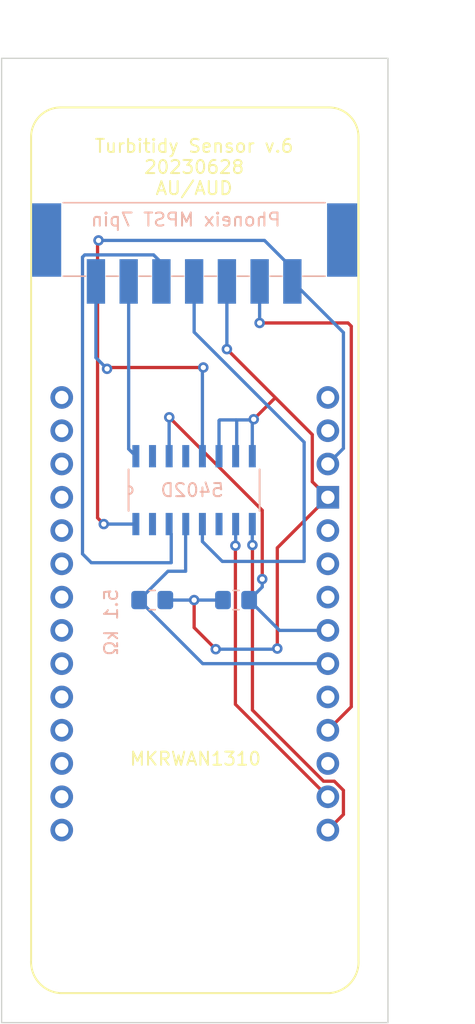
<source format=kicad_pcb>
(kicad_pcb (version 20221018) (generator pcbnew)
  (title_block (title "Turbidity Sensor PCB") (date "2023-06-28") (rev "6") (company "AU/AUD"))
  (layers (0 "F.Cu" signal) (31 "B.Cu" signal) (34 "B.Paste" user) (35 "F.Paste" user) (36 "B.SilkS" user "B.Silkscreen") (37 "F.SilkS" user "F.Silkscreen") (38 "B.Mask" user) (39 "F.Mask" user) (44 "Edge.Cuts" user))
  (net 0 "")
  (net 1 "/3.3V")
  (net 2 "/GND")
  (net 3 "/LED")
  (net 4 "/SCL")
  (net 5 "/SDA")
  (net 8 "/D6")
  (net 9 "/D7")
  (net 33 "Net-(J4-Pin_4)")
  (net 34 "Net-(J4-Pin_5)")
  (net 35 "Net-(J4-Pin_6)")
  (net 36 "Net-(J4-Pin_7)")
  (footprint "PCM_arduino-library:Arduino_MKR_FOX_1200_Socket" (layer "F.Cu") (at 156.3 71 -90)
    (fp_text reference "XA1" hide)
    (fp_text value "Arduino_MKR_WAN_1310_Socket" hide)
    (fp_line (start -2.25 20.5) (end -2.25 0) (stroke (width 0.15)) (layer "F.SilkS"))
    (fp_line (start 0 -2.25) (end 62.846 -2.25) (stroke (width 0.15)) (layer "F.SilkS"))
    (fp_line (start 0 22.75) (end 62.846 22.75) (stroke (width 0.15)) (layer "F.SilkS"))
    (fp_line (start 65.35 20.5) (end 65.35 0) (stroke (width 0.15)) (layer "F.SilkS"))
    (fp_arc (start -2.25 0) (mid -1.59099 -1.59099) (end 0 -2.25) (stroke (width 0.15)) (layer "F.SilkS"))
    (fp_arc (start 0 22.75) (mid -1.59099 22.09099) (end -2.25 20.5) (stroke (width 0.15)) (layer "F.SilkS"))
    (fp_arc (start 62.846 -2.25) (mid 64.56399 -1.643595) (end 65.35 0) (stroke (width 0.15)) (layer "F.SilkS"))
    (fp_arc (start 65.35 20.5) (mid 64.56399 22.143595) (end 62.846 22.75) (stroke (width 0.15)) (layer "F.SilkS"))
    (pad "" np_thru_hole circle locked (at 0 0 270) (size 2.2 2.2) (drill 2.2) (layers "F&B.Cu" "*.Mask"))
    (pad "" np_thru_hole circle locked (at 0 20.5 270) (size 2.2 2.2) (drill 2.2) (layers "F&B.Cu" "*.Mask"))
    (pad "" np_thru_hole circle locked (at 57 0 270) (size 2.2 2.2) (drill 2.2) (layers "F&B.Cu" "*.Mask"))
    (pad "" np_thru_hole circle locked (at 57 20.5 270) (size 2.2 2.2) (drill 2.2) (layers "F&B.Cu" "*.Mask"))
    (pad "3V3" thru_hole circle locked (at 24.9648 0.09 270) (size 1.7272 1.7272) (drill 1.016) (layers "*.Cu" "*.Mask") (net 1 "/3.3V"))
    (pad "5V" thru_hole circle locked (at 19.8848 0.09 270) (size 1.7272 1.7272) (drill 1.016) (layers "*.Cu" "*.Mask"))
    (pad "A0" thru_hole circle locked (at 22.4248 20.41 270) (size 1.7272 1.7272) (drill 1.016) (layers "*.Cu" "*.Mask"))
    (pad "A1" thru_hole circle locked (at 24.9648 20.41 270) (size 1.7272 1.7272) (drill 1.016) (layers "*.Cu" "*.Mask"))
    (pad "A2" thru_hole circle locked (at 27.5048 20.41 270) (size 1.7272 1.7272) (drill 1.016) (layers "*.Cu" "*.Mask"))
    (pad "A3" thru_hole circle locked (at 30.0448 20.41 270) (size 1.7272 1.7272) (drill 1.016) (layers "*.Cu" "*.Mask"))
    (pad "A4" thru_hole circle locked (at 32.5848 20.41 270) (size 1.7272 1.7272) (drill 1.016) (layers "*.Cu" "*.Mask"))
    (pad "A5" thru_hole circle locked (at 35.1248 20.41 270) (size 1.7272 1.7272) (drill 1.016) (layers "*.Cu" "*.Mask"))
    (pad "A6" thru_hole circle locked (at 37.6648 20.41 270) (size 1.7272 1.7272) (drill 1.016) (layers "*.Cu" "*.Mask"))
    (pad "AREF" thru_hole circle locked (at 19.8848 20.41 270) (size 1.7272 1.7272) (drill 1.016) (layers "*.Cu" "*.Mask"))
    (pad "D0" thru_hole circle locked (at 40.2048 20.41 270) (size 1.7272 1.7272) (drill 1.016) (layers "*.Cu" "*.Mask"))
    (pad "D1" thru_hole circle locked (at 42.7448 20.41 270) (size 1.7272 1.7272) (drill 1.016) (layers "*.Cu" "*.Mask"))
    (pad "D2" thru_hole circle locked (at 45.2848 20.41 270) (size 1.7272 1.7272) (drill 1.016) (layers "*.Cu" "*.Mask"))
    (pad "D3" thru_hole circle locked (at 47.8248 20.41 270) (size 1.7272 1.7272) (drill 1.016) (layers "*.Cu" "*.Mask"))
    (pad "D4" thru_hole circle locked (at 50.3648 20.41 270) (size 1.7272 1.7272) (drill 1.016) (layers "*.Cu" "*.Mask"))
    (pad "D5" thru_hole circle locked (at 52.9048 20.41 270) (size 1.7272 1.7272) (drill 1.016) (layers "*.Cu" "*.Mask"))
    (pad "D6" thru_hole circle locked (at 52.9048 0.09 270) (size 1.7272 1.7272) (drill 1.016) (layers "*.Cu" "*.Mask") (net 8 "/D6"))
    (pad "D7" thru_hole circle locked (at 50.3648 0.09 270) (size 1.7272 1.7272) (drill 1.016) (layers "*.Cu" "*.Mask") (net 9 "/D7"))
    (pad "D8" thru_hole circle locked (at 47.8248 0.09 270) (size 1.7272 1.7272) (drill 1.016) (layers "*.Cu" "*.Mask"))
    (pad "D9" thru_hole circle locked (at 45.2848 0.09 270) (size 1.7272 1.7272) (drill 1.016) (layers "*.Cu" "*.Mask") (net 3 "/LED"))
    (pad "D10" thru_hole circle locked (at 42.7448 0.09 270) (size 1.7272 1.7272) (drill 1.016) (layers "*.Cu" "*.Mask"))
    (pad "D11" thru_hole circle locked (at 40.2048 0.09 270) (size 1.7272 1.7272) (drill 1.016) (layers "*.Cu" "*.Mask") (net 5 "/SDA"))
    (pad "D12" thru_hole circle locked (at 37.6648 0.09 270) (size 1.7272 1.7272) (drill 1.016) (layers "*.Cu" "*.Mask") (net 4 "/SCL"))
    (pad "D13" thru_hole circle locked (at 35.1248 0.09 270) (size 1.7272 1.7272) (drill 1.016) (layers "*.Cu" "*.Mask"))
    (pad "D14" thru_hole circle locked (at 32.5848 0.09 270) (size 1.7272 1.7272) (drill 1.016) (layers "*.Cu" "*.Mask"))
    (pad "GND" thru_hole rect locked (at 27.5048 0.09 270) (size 1.7272 1.7272) (drill 1.016) (layers "*.Cu" "*.Mask") (net 2 "/GND"))
    (pad "RST" thru_hole circle locked (at 30.0448 0.09 270) (size 1.7272 1.7272) (drill 1.016) (layers "*.Cu" "*.Mask"))
    (pad "VIN" thru_hole circle locked (at 22.4248 0.09 270) (size 1.7272 1.7272) (drill 1.016) (layers "*.Cu" "*.Mask"))
  )
  (footprint "Resistor_SMD:R_0805_2012Metric_Pad1.20x1.40mm_HandSolder" (layer "B.Cu") (at 149.2 106.35 180)
    (fp_text reference "R1" hide)
    (fp_text value "5.1 kΩ" hide)
    (fp_line (start -0.227064 -0.735) (end 0.227064 -0.735) (stroke (width 0.12)) (layer "B.SilkS"))
    (fp_line (start -0.227064 0.735) (end 0.227064 0.735) (stroke (width 0.12)) (layer "B.SilkS"))
    (pad "1" smd roundrect (at -1 0 180) (size 1.2 1.4) (layers "B.Cu" "B.Paste" "B.Mask") (roundrect_rratio 0.208333) (net 4 "/SCL"))
    (pad "2" smd roundrect (at 1 0 180) (size 1.2 1.4) (layers "B.Cu" "B.Paste" "B.Mask") (roundrect_rratio 0.208333) (net 2 "/GND"))
  )
  (footprint "Resistor_SMD:R_0805_2012Metric_Pad1.20x1.40mm_HandSolder" (layer "B.Cu") (at 142.8 106.35)
    (fp_text reference "R2" hide)
    (fp_text value "5.1 kΩ" hide)
    (fp_line (start -0.227064 -0.735) (end 0.227064 -0.735) (stroke (width 0.12)) (layer "B.SilkS"))
    (fp_line (start -0.227064 0.735) (end 0.227064 0.735) (stroke (width 0.12)) (layer "B.SilkS"))
    (pad "1" smd roundrect (at -1 0) (size 1.2 1.4) (layers "B.Cu" "B.Paste" "B.Mask") (roundrect_rratio 0.208333) (net 5 "/SDA"))
    (pad "2" smd roundrect (at 1 0) (size 1.2 1.4) (layers "B.Cu" "B.Paste" "B.Mask") (roundrect_rratio 0.208333) (net 2 "/GND"))
  )
  (footprint "Project:74HC4052D" (layer "B.Cu") (at 145.995 97.9592 -90)
    (fp_text reference "U1" hide)
    (fp_text value "74HC4052D" hide)
    (fp_line (start -1.5748 -5.0038) (end 1.5748 -5.0038) (stroke (width 0.1524)) (layer "B.SilkS"))
    (fp_line (start -0.3048 5.0038) (end -1.5748 5.0038) (stroke (width 0.1524)) (layer "B.SilkS"))
    (fp_line (start 0.3048 5.0038) (end -0.3048 5.0038) (stroke (width 0.1524)) (layer "B.SilkS"))
    (fp_line (start 1.5748 5.0038) (end 0.3048 5.0038) (stroke (width 0.1524)) (layer "B.SilkS"))
    (fp_arc (start -0.3048 5.0038) (mid 0 4.699) (end 0.3048 5.0038) (stroke (width 0.1524)) (layer "B.SilkS"))
    (pad "1" smd rect (at -2.5908 4.445 270) (size 1.7018 0.5334) (layers "B.Cu" "B.Paste" "B.Mask") (net 35 "Net-(J4-Pin_6)"))
    (pad "2" smd rect (at -2.5908 3.175 270) (size 1.7018 0.5334) (layers "B.Cu" "B.Paste" "B.Mask"))
    (pad "3" smd rect (at -2.5908 1.905 270) (size 1.7018 0.5334) (layers "B.Cu" "B.Paste" "B.Mask") (net 4 "/SCL"))
    (pad "4" smd rect (at -2.5908 0.635 270) (size 1.7018 0.5334) (layers "B.Cu" "B.Paste" "B.Mask"))
    (pad "5" smd rect (at -2.5908 -0.635 270) (size 1.7018 0.5334) (layers "B.Cu" "B.Paste" "B.Mask") (net 36 "Net-(J4-Pin_7)"))
    (pad "6" smd rect (at -2.5908 -1.905 270) (size 1.7018 0.5334) (layers "B.Cu" "B.Paste" "B.Mask") (net 2 "/GND"))
    (pad "7" smd rect (at -2.5908 -3.175 270) (size 1.7018 0.5334) (layers "B.Cu" "B.Paste" "B.Mask") (net 2 "/GND"))
    (pad "8" smd rect (at -2.5908 -4.445 270) (size 1.7018 0.5334) (layers "B.Cu" "B.Paste" "B.Mask") (net 2 "/GND"))
    (pad "9" smd rect (at 2.5908 -4.445 270) (size 1.7018 0.5334) (layers "B.Cu" "B.Paste" "B.Mask") (net 8 "/D6"))
    (pad "10" smd rect (at 2.5908 -3.175 270) (size 1.7018 0.5334) (layers "B.Cu" "B.Paste" "B.Mask") (net 9 "/D7"))
    (pad "11" smd rect (at 2.5908 -1.905 270) (size 1.7018 0.5334) (layers "B.Cu" "B.Paste" "B.Mask"))
    (pad "12" smd rect (at 2.5908 -0.635 270) (size 1.7018 0.5334) (layers "B.Cu" "B.Paste" "B.Mask") (net 33 "Net-(J4-Pin_4)"))
    (pad "13" smd rect (at 2.5908 0.635 270) (size 1.7018 0.5334) (layers "B.Cu" "B.Paste" "B.Mask") (net 5 "/SDA"))
    (pad "14" smd rect (at 2.5908 1.905 270) (size 1.7018 0.5334) (layers "B.Cu" "B.Paste" "B.Mask") (net 34 "Net-(J4-Pin_5)"))
    (pad "15" smd rect (at 2.5908 3.175 270) (size 1.7018 0.5334) (layers "B.Cu" "B.Paste" "B.Mask"))
    (pad "16" smd rect (at 2.5908 4.445 270) (size 1.7018 0.5334) (layers "B.Cu" "B.Paste" "B.Mask") (net 1 "/3.3V"))
  )
  (footprint "TerminalBlock_Phoenix:TerminalBlock_Phoenix_PTSM-0,5-7-2,5-V-SMD_1x07-1MP_P2.50mm_Vertical" (layer "B.Cu") (at 146 79.9 180)
    (fp_text reference "J4" hide)
    (fp_text value "Screw_Terminal_01x07" hide)
    (fp_line (start -10 3.88) (end 10 3.88) (stroke (width 0.12)) (layer "B.SilkS"))
    (fp_line (start -8.3 -1.73) (end -10 -1.73) (stroke (width 0.12)) (layer "B.SilkS"))
    (fp_line (start -5.8 -1.73) (end -6.7 -1.73) (stroke (width 0.12)) (layer "B.SilkS"))
    (fp_line (start -3.3 -1.73) (end -4.2 -1.73) (stroke (width 0.12)) (layer "B.SilkS"))
    (fp_line (start -0.8 -1.73) (end -1.7 -1.73) (stroke (width 0.12)) (layer "B.SilkS"))
    (fp_line (start 1.7 -1.73) (end 0.8 -1.73) (stroke (width 0.12)) (layer "B.SilkS"))
    (fp_line (start 4.2 -1.73) (end 3.3 -1.73) (stroke (width 0.12)) (layer "B.SilkS"))
    (fp_line (start 6.7 -1.73) (end 5.8 -1.73) (stroke (width 0.12)) (layer "B.SilkS"))
    (fp_line (start 10 -1.73) (end 8.3 -1.73) (stroke (width 0.12)) (layer "B.SilkS"))
    (pad "1" smd rect (at -7.5 -2.13) (size 1.4 3.4) (layers "B.Cu" "B.Paste" "B.Mask") (net 1 "/3.3V"))
    (pad "2" smd rect (at -5 -2.13) (size 1.4 3.4) (layers "B.Cu" "B.Paste" "B.Mask") (net 3 "/LED"))
    (pad "3" smd rect (at -2.5 -2.13) (size 1.4 3.4) (layers "B.Cu" "B.Paste" "B.Mask") (net 2 "/GND"))
    (pad "4" smd rect (at 0 -2.13) (size 1.4 3.4) (layers "B.Cu" "B.Paste" "B.Mask") (net 33 "Net-(J4-Pin_4)"))
    (pad "5" smd rect (at 2.5 -2.13) (size 1.4 3.4) (layers "B.Cu" "B.Paste" "B.Mask") (net 34 "Net-(J4-Pin_5)"))
    (pad "6" smd rect (at 5 -2.13) (size 1.4 3.4) (layers "B.Cu" "B.Paste" "B.Mask") (net 35 "Net-(J4-Pin_6)"))
    (pad "7" smd rect (at 7.5 -2.13) (size 1.4 3.4) (layers "B.Cu" "B.Paste" "B.Mask") (net 36 "Net-(J4-Pin_7)"))
    (pad "MP" smd rect (at -11.3 1.03) (size 2.3 5.6) (layers "B.Cu" "B.Paste" "B.Mask"))
    (pad "MP" smd rect (at 11.3 1.03) (size 2.3 5.6) (layers "B.Cu" "B.Paste" "B.Mask"))
  )
  (gr_line (start 131.3 138.6) (end 131.3 65) (stroke (width 0.1)) (layer "Edge.Cuts"))
  (gr_line (start 131.3 65) (end 160.8 65) (stroke (width 0.1)) (layer "Edge.Cuts"))
  (gr_line (start 160.8 138.6) (end 131.3 138.6) (stroke (width 0.1)) (layer "Edge.Cuts"))
  (gr_line (start 160.8 65) (end 160.8 138.6) (stroke (width 0.1)) (layer "Edge.Cuts"))
  (gr_text "5402D" (at 148.35 98.55) (layer "B.SilkS") (effects (font (size 1 1)) (justify left bottom mirror)))
  (gr_text "5.1 kΩ" (at 140.25 105.4 90) (layer "B.SilkS") (effects (font (size 1 1)) (justify left bottom mirror)))
  (gr_text "Phoneix MPST 7pin" (at 152.7 77.9) (layer "B.SilkS") (effects (font (size 1 1)) (justify left bottom mirror)))
  (gr_text "Turbitidy Sensor v.6\n20230628\nAU/AUD" (at 146 75.5) (layer "F.SilkS") (effects (font (size 1 1)) (justify bottom)))
  (gr_text "MKRWAN1310" (at 141 119.05) (layer "F.SilkS") (effects (font (size 1 1)) (justify left bottom)))
  (segment (start 139.1 100.55) (end 138.625 100.075) (width 0.25) (layer "F.Cu") (net 1))
  (segment (start 138.625 100.075) (end 138.625 78.975) (width 0.25) (layer "F.Cu") (net 1))
  (segment (start 138.625 78.975) (end 138.7 78.9) (width 0.25) (layer "F.Cu") (net 1))
  (via (at 138.7 78.9) (size 0.8) (drill 0.4) (layers "F.Cu" "B.Cu") (net 1))
  (via (at 139.1 100.55) (size 0.8) (drill 0.4) (layers "F.Cu" "B.Cu") (net 1))
  (segment (start 153.5 82.03) (end 157.3986 85.9286) (width 0.25) (layer "B.Cu") (net 1))
  (segment (start 157.3986 94.7762) (end 156.21 95.9648) (width 0.25) (layer "B.Cu") (net 1))
  (segment (start 141.55 100.55) (end 139.1 100.55) (width 0.25) (layer "B.Cu") (net 1))
  (segment (start 138.7 78.9) (end 151.37 78.9) (width 0.25) (layer "B.Cu") (net 1))
  (segment (start 157.3986 85.9286) (end 157.3986 94.7762) (width 0.25) (layer "B.Cu") (net 1))
  (segment (start 151.37 78.9) (end 153.5 81.03) (width 0.25) (layer "B.Cu") (net 1))
  (segment (start 153.5 81.03) (end 153.5 82.03) (width 0.25) (layer "B.Cu") (net 1))
  (segment (start 150.55 92.55) (end 152.15 90.95) (width 0.25) (layer "F.Cu") (net 2))
  (segment (start 148.5 87.2) (end 152.25 90.95) (width 0.25) (layer "F.Cu") (net 2))
  (segment (start 152.35 102.3648) (end 156.21 98.5048) (width 0.25) (layer "F.Cu") (net 2))
  (segment (start 152.25 90.95) (end 155.0214 93.7214) (width 0.25) (layer "F.Cu") (net 2))
  (segment (start 155.0214 97.3162) (end 156.21 98.5048) (width 0.25) (layer "F.Cu") (net 2))
  (segment (start 146 106.35) (end 146 108.45) (width 0.25) (layer "F.Cu") (net 2))
  (segment (start 155.0214 93.7214) (end 155.0214 97.3162) (width 0.25) (layer "F.Cu") (net 2))
  (segment (start 152.15 90.95) (end 152.25 90.95) (width 0.25) (layer "F.Cu") (net 2))
  (segment (start 146 108.45) (end 147.65 110.1) (width 0.25) (layer "F.Cu") (net 2))
  (segment (start 152.35 110.05) (end 152.35 102.3648) (width 0.25) (layer "F.Cu") (net 2))
  (via (at 146 106.35) (size 0.8) (drill 0.4) (layers "F.Cu" "B.Cu") (net 2))
  (via (at 148.5 87.2) (size 0.8) (drill 0.4) (layers "F.Cu" "B.Cu") (net 2))
  (via (at 147.65 110.1) (size 0.8) (drill 0.4) (layers "F.Cu" "B.Cu") (net 2))
  (via (at 152.35 110.05) (size 0.8) (drill 0.4) (layers "F.Cu" "B.Cu") (net 2))
  (via (at 150.55 92.55) (size 0.8) (drill 0.4) (layers "F.Cu" "B.Cu") (net 2))
  (segment (start 150.5 92.6) (end 150.55 92.55) (width 0.25) (layer "B.Cu") (net 2))
  (segment (start 147.9 95.3684) (end 147.9 92.65) (width 0.25) (layer "B.Cu") (net 2))
  (segment (start 149.17 95.3684) (end 149.1816 95.3684) (width 0.25) (layer "B.Cu") (net 2))
  (segment (start 148.5 82.03) (end 148.5 87.2) (width 0.25) (layer "B.Cu") (net 2))
  (segment (start 149.25 95.3) (end 149.25 92.65) (width 0.25) (layer "B.Cu") (net 2))
  (segment (start 149.2 92.6) (end 150.5 92.6) (width 0.25) (layer "B.Cu") (net 2))
  (segment (start 148.2 106.35) (end 146 106.35) (width 0.25) (layer "B.Cu") (net 2))
  (segment (start 149.25 92.65) (end 149.2 92.6) (width 0.25) (layer "B.Cu") (net 2))
  (segment (start 149.1816 95.3684) (end 149.25 95.3) (width 0.25) (layer "B.Cu") (net 2))
  (segment (start 143.8 106.35) (end 146 106.35) (width 0.25) (layer "B.Cu") (net 2))
  (segment (start 150.44 92.66) (end 150.55 92.55) (width 0.25) (layer "B.Cu") (net 2))
  (segment (start 147.9 92.65) (end 147.95 92.6) (width 0.25) (layer "B.Cu") (net 2))
  (segment (start 150.44 95.3684) (end 150.44 92.66) (width 0.25) (layer "B.Cu") (net 2))
  (segment (start 147.65 110.1) (end 152.3 110.1) (width 0.25) (layer "B.Cu") (net 2))
  (segment (start 152.3 110.1) (end 152.35 110.05) (width 0.25) (layer "B.Cu") (net 2))
  (segment (start 147.95 92.6) (end 149.2 92.6) (width 0.25) (layer "B.Cu") (net 2))
  (segment (start 158 85.45) (end 158 114.4948) (width 0.25) (layer "F.Cu") (net 3))
  (segment (start 158 114.4948) (end 156.21 116.2848) (width 0.25) (layer "F.Cu") (net 3))
  (segment (start 151 85.2) (end 157.75 85.2) (width 0.25) (layer "F.Cu") (net 3))
  (segment (start 157.75 85.2) (end 158 85.45) (width 0.25) (layer "F.Cu") (net 3))
  (via (at 151 85.2) (size 0.8) (drill 0.4) (layers "F.Cu" "B.Cu") (net 3))
  (segment (start 151 82.03) (end 151 85.2) (width 0.25) (layer "B.Cu") (net 3))
  (segment (start 151.2 99.5) (end 151.2 104.75) (width 0.25) (layer "F.Cu") (net 4))
  (segment (start 144.1 92.4) (end 151.2 99.5) (width 0.25) (layer "F.Cu") (net 4))
  (via (at 151.2 104.75) (size 0.8) (drill 0.4) (layers "F.Cu" "B.Cu") (net 4))
  (via (at 144.1 92.4) (size 0.8) (drill 0.4) (layers "F.Cu" "B.Cu") (net 4))
  (segment (start 144.09 95.3684) (end 144.09 92.41) (width 0.25) (layer "B.Cu") (net 4))
  (segment (start 152.5148 108.6648) (end 156.21 108.6648) (width 0.25) (layer "B.Cu") (net 4))
  (segment (start 144.09 92.41) (end 144.1 92.4) (width 0.25) (layer "B.Cu") (net 4))
  (segment (start 151.2 105.35) (end 150.2 106.35) (width 0.25) (layer "B.Cu") (net 4))
  (segment (start 151.2 104.75) (end 151.2 105.35) (width 0.25) (layer "B.Cu") (net 4))
  (segment (start 150.2 106.35) (end 152.5148 108.6648) (width 0.25) (layer "B.Cu") (net 4))
  (segment (start 145.36 100.55) (end 145.36 101.1342) (width 0.25) (layer "B.Cu") (net 5))
  (segment (start 141.8 106.35) (end 146.6548 111.2048) (width 0.25) (layer "B.Cu") (net 5))
  (segment (start 144 104.15) (end 141.8 106.35) (width 0.25) (layer "B.Cu") (net 5))
  (segment (start 145.36 101.1342) (end 145.35 101.1442) (width 0.25) (layer "B.Cu") (net 5))
  (segment (start 146.6548 111.2048) (end 156.21 111.2048) (width 0.25) (layer "B.Cu") (net 5))
  (segment (start 145.35 101.1442) (end 145.35 104.15) (width 0.25) (layer "B.Cu") (net 5))
  (segment (start 145.35 104.15) (end 144 104.15) (width 0.25) (layer "B.Cu") (net 5))
  (segment (start 157.3986 120.872465) (end 157.3986 122.7162) (width 0.25) (layer "F.Cu") (net 8))
  (segment (start 150.45 102.15) (end 150.45 114.745735) (width 0.25) (layer "F.Cu") (net 8))
  (segment (start 157.3986 122.7162) (end 156.21 123.9048) (width 0.25) (layer "F.Cu") (net 8))
  (segment (start 156.702335 120.1762) (end 157.3986 120.872465) (width 0.25) (layer "F.Cu") (net 8))
  (segment (start 155.880465 120.1762) (end 156.702335 120.1762) (width 0.25) (layer "F.Cu") (net 8))
  (segment (start 150.45 114.745735) (end 155.880465 120.1762) (width 0.25) (layer "F.Cu") (net 8))
  (via (at 150.45 102.15) (size 0.8) (drill 0.4) (layers "F.Cu" "B.Cu") (net 8))
  (segment (start 150.44 100.55) (end 150.44 102.14) (width 0.25) (layer "B.Cu") (net 8))
  (segment (start 150.44 102.14) (end 150.45 102.15) (width 0.25) (layer "B.Cu") (net 8))
  (segment (start 149.15 114.3048) (end 156.21 121.3648) (width 0.25) (layer "F.Cu") (net 9))
  (segment (start 149.15 102.2) (end 149.15 114.3048) (width 0.25) (layer "F.Cu") (net 9))
  (via (at 149.15 102.2) (size 0.8) (drill 0.4) (layers "F.Cu" "B.Cu") (net 9))
  (segment (start 149.17 102.18) (end 149.15 102.2) (width 0.25) (layer "B.Cu") (net 9))
  (segment (start 149.17 100.55) (end 149.17 102.18) (width 0.25) (layer "B.Cu") (net 9))
  (segment (start 146 85.9) (end 154.4 94.3) (width 0.25) (layer "B.Cu") (net 33))
  (segment (start 154.4 103.4) (end 148.15 103.4) (width 0.25) (layer "B.Cu") (net 33))
  (segment (start 148.15 103.4) (end 146.63 101.88) (width 0.25) (layer "B.Cu") (net 33))
  (segment (start 146 82.03) (end 146 85.9) (width 0.25) (layer "B.Cu") (net 33))
  (segment (start 146.63 101.88) (end 146.63 100.55) (width 0.25) (layer "B.Cu") (net 33))
  (segment (start 154.4 94.3) (end 154.4 103.4) (width 0.25) (layer "B.Cu") (net 33))
  (segment (start 144.09 100.55) (end 144.09 101.1342) (width 0.25) (layer "B.Cu") (net 34))
  (segment (start 137.645 80.005) (end 142.905 80.005) (width 0.25) (layer "B.Cu") (net 34))
  (segment (start 143.5 80.6) (end 143.5 82.03) (width 0.25) (layer "B.Cu") (net 34))
  (segment (start 144.25 101.2942) (end 144.25 103.5) (width 0.25) (layer "B.Cu") (net 34))
  (segment (start 144.09 101.1342) (end 144.25 101.2942) (width 0.25) (layer "B.Cu") (net 34))
  (segment (start 137.475 102.825) (end 137.475 80.175) (width 0.25) (layer "B.Cu") (net 34))
  (segment (start 138.15 103.5) (end 137.475 102.825) (width 0.25) (layer "B.Cu") (net 34))
  (segment (start 137.475 80.175) (end 137.645 80.005) (width 0.25) (layer "B.Cu") (net 34))
  (segment (start 144.25 103.5) (end 138.15 103.5) (width 0.25) (layer "B.Cu") (net 34))
  (segment (start 142.905 80.005) (end 143.5 80.6) (width 0.25) (layer "B.Cu") (net 34))
  (segment (start 141 94.8184) (end 141.55 95.3684) (width 0.25) (layer "B.Cu") (net 35))
  (segment (start 141 82.03) (end 141 94.8184) (width 0.25) (layer "B.Cu") (net 35))
  (segment (start 146.7 88.6) (end 139.45 88.6) (width 0.25) (layer "F.Cu") (net 36))
  (segment (start 139.45 88.6) (end 139.35 88.7) (width 0.25) (layer "F.Cu") (net 36))
  (via (at 146.7 88.6) (size 0.8) (drill 0.4) (layers "F.Cu" "B.Cu") (net 36))
  (via (at 139.35 88.7) (size 0.8) (drill 0.4) (layers "F.Cu" "B.Cu") (net 36))
  (segment (start 139.35 88.7) (end 138.5 87.85) (width 0.25) (layer "B.Cu") (net 36))
  (segment (start 138.5 87.85) (end 138.5 82.03) (width 0.25) (layer "B.Cu") (net 36))
  (segment (start 146.63 88.67) (end 146.7 88.6) (width 0.25) (layer "B.Cu") (net 36))
  (segment (start 146.63 95.3684) (end 146.63 88.67) (width 0.25) (layer "B.Cu") (net 36))
)
</source>
